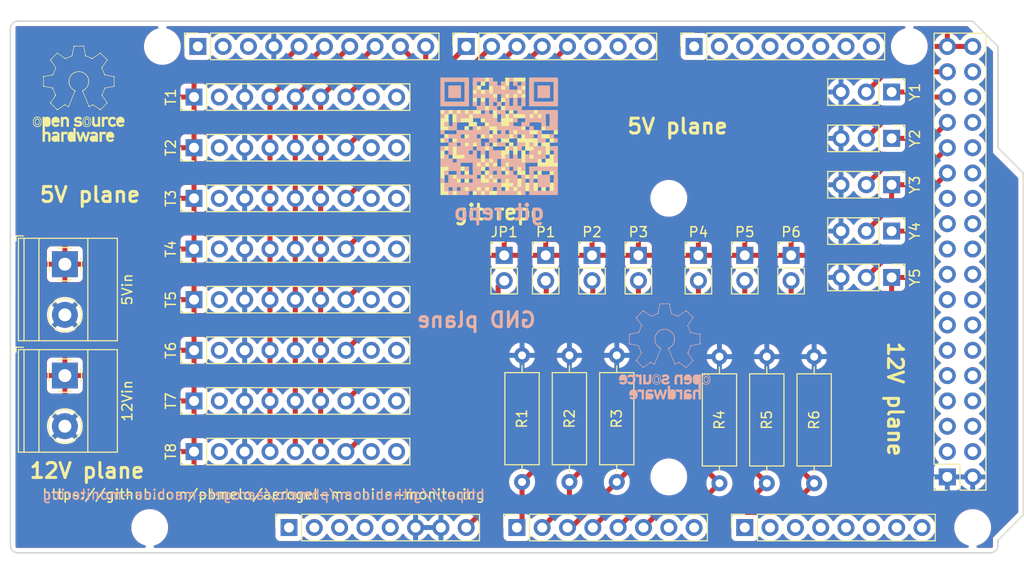
<source format=kicad_pcb>
(kicad_pcb (version 20221018) (generator pcbnew)
  (title_block (date "2023-02-21"))
  (layers (0 "F.Cu" signal "Front") (31 "B.Cu" signal "Back") (34 "B.Paste" user) (35 "F.Paste" user) (36 "B.SilkS" user "B.Silkscreen") (37 "F.SilkS" user "F.Silkscreen") (38 "B.Mask" user) (39 "F.Mask" user) (44 "Edge.Cuts" user))
  (net 0 "")
  (net 1 "/*52")
  (net 2 "/53")
  (net 3 "/50")
  (net 4 "/51")
  (net 5 "/48")
  (net 6 "/49")
  (net 7 "/*46")
  (net 8 "/47")
  (net 9 "/*44")
  (net 10 "/*45")
  (net 11 "/42")
  (net 12 "/43")
  (net 13 "/40")
  (net 14 "/41")
  (net 15 "/38")
  (net 16 "/39")
  (net 17 "/36")
  (net 18 "/37")
  (net 19 "/34")
  (net 20 "/35")
  (net 21 "/32")
  (net 22 "/33")
  (net 23 "/31")
  (net 24 "/29")
  (net 25 "/27")
  (net 26 "/25")
  (net 27 "/22")
  (net 28 "/23")
  (net 29 "+5V")
  (net 30 "/IOREF")
  (net 31 "/A0")
  (net 32 "/A1")
  (net 33 "/A2")
  (net 34 "/A3")
  (net 35 "/A4")
  (net 36 "/A5")
  (net 37 "/A6")
  (net 38 "/A7")
  (net 39 "/A8")
  (net 40 "/A9")
  (net 41 "/A10")
  (net 42 "/A11")
  (net 43 "/A12")
  (net 44 "/A13")
  (net 45 "/A14")
  (net 46 "/A15")
  (net 47 "/AREF")
  (net 48 "/*13")
  (net 49 "/*12")
  (net 50 "/*11")
  (net 51 "/*10")
  (net 52 "/*9")
  (net 53 "/*8")
  (net 54 "/*7")
  (net 55 "/*6")
  (net 56 "/*5")
  (net 57 "/*4")
  (net 58 "/*3")
  (net 59 "/*2")
  (net 60 "/TX0{slash}1")
  (net 61 "/RX0{slash}0")
  (net 62 "+3V3")
  (net 63 "/TX3{slash}14")
  (net 64 "/RX3{slash}15")
  (net 65 "/TX2{slash}16")
  (net 66 "/RX2{slash}17")
  (net 67 "/TX1{slash}18")
  (net 68 "/RX1{slash}19")
  (net 69 "/SDA{slash}20")
  (net 70 "/SCL{slash}21")
  (net 71 "VCC")
  (net 72 "/~{RESET}")
  (net 98 "GND")
  (net 99 "+12V")
  (net 100 "Net-(J7-Pin_27)")
  (net 101 "Net-(J7-Pin_29)")
  (net 102 "Net-(J7-Pin_31)")
  (net 103 "Net-(J7-Pin_33)")
  (footprint "Connector_PinSocket_2.54mm:PinSocket_2x18_P2.54mm_Vertical" (layer "F.Cu") (at 193.98 92.38 180)
    (fp_text reference "J7" hide)
    (fp_text value "Digital")
    (pad "1" thru_hole rect locked (at 0 0 180) (size 1.7 1.7) (drill 1) (layers "*.Cu" "*.Mask") (net 98 "GND"))
    (pad "2" thru_hole oval locked (at -2.54 0 180) (size 1.7 1.7) (drill 1) (layers "*.Cu" "*.Mask") (net 98 "GND"))
    (pad "3" thru_hole oval locked (at 0 2.54 180) (size 1.7 1.7) (drill 1) (layers "*.Cu" "*.Mask") (net 1 "/*52"))
    (pad "4" thru_hole oval locked (at -2.54 2.54 180) (size 1.7 1.7) (drill 1) (layers "*.Cu" "*.Mask") (net 2 "/53"))
    (pad "5" thru_hole oval locked (at 0 5.08 180) (size 1.7 1.7) (drill 1) (layers "*.Cu" "*.Mask") (net 3 "/50"))
    (pad "6" thru_hole oval locked (at -2.54 5.08 180) (size 1.7 1.7) (drill 1) (layers "*.Cu" "*.Mask") (net 4 "/51"))
    (pad "7" thru_hole oval locked (at 0 7.62 180) (size 1.7 1.7) (drill 1) (layers "*.Cu" "*.Mask") (net 5 "/48"))
    (pad "8" thru_hole oval locked (at -2.54 7.62 180) (size 1.7 1.7) (drill 1) (layers "*.Cu" "*.Mask") (net 6 "/49"))
    (pad "9" thru_hole oval locked (at 0 10.16 180) (size 1.7 1.7) (drill 1) (layers "*.Cu" "*.Mask") (net 7 "/*46"))
    (pad "10" thru_hole oval locked (at -2.54 10.16 180) (size 1.7 1.7) (drill 1) (layers "*.Cu" "*.Mask") (net 8 "/47"))
    (pad "11" thru_hole oval locked (at 0 12.7 180) (size 1.7 1.7) (drill 1) (layers "*.Cu" "*.Mask") (net 9 "/*44"))
    (pad "12" thru_hole oval locked (at -2.54 12.7 180) (size 1.7 1.7) (drill 1) (layers "*.Cu" "*.Mask") (net 10 "/*45"))
    (pad "13" thru_hole oval locked (at 0 15.24 180) (size 1.7 1.7) (drill 1) (layers "*.Cu" "*.Mask") (net 11 "/42"))
    (pad "14" thru_hole oval locked (at -2.54 15.24 180) (size 1.7 1.7) (drill 1) (layers "*.Cu" "*.Mask") (net 12 "/43"))
    (pad "15" thru_hole oval locked (at 0 17.78 180) (size 1.7 1.7) (drill 1) (layers "*.Cu" "*.Mask") (net 13 "/40"))
    (pad "16" thru_hole oval locked (at -2.54 17.78 180) (size 1.7 1.7) (drill 1) (layers "*.Cu" "*.Mask") (net 14 "/41"))
    (pad "17" thru_hole oval locked (at 0 20.32 180) (size 1.7 1.7) (drill 1) (layers "*.Cu" "*.Mask") (net 15 "/38"))
    (pad "18" thru_hole oval locked (at -2.54 20.32 180) (size 1.7 1.7) (drill 1) (layers "*.Cu" "*.Mask") (net 16 "/39"))
    (pad "19" thru_hole oval locked (at 0 22.86 180) (size 1.7 1.7) (drill 1) (layers "*.Cu" "*.Mask") (net 17 "/36"))
    (pad "20" thru_hole oval locked (at -2.54 22.86 180) (size 1.7 1.7) (drill 1) (layers "*.Cu" "*.Mask") (net 18 "/37"))
    (pad "21" thru_hole oval locked (at 0 25.4 180) (size 1.7 1.7) (drill 1) (layers "*.Cu" "*.Mask") (net 19 "/34"))
    (pad "22" thru_hole oval locked (at -2.54 25.4 180) (size 1.7 1.7) (drill 1) (layers "*.Cu" "*.Mask") (net 20 "/35"))
    (pad "23" thru_hole oval locked (at 0 27.94 180) (size 1.7 1.7) (drill 1) (layers "*.Cu" "*.Mask") (net 21 "/32"))
    (pad "24" thru_hole oval locked (at -2.54 27.94 180) (size 1.7 1.7) (drill 1) (layers "*.Cu" "*.Mask") (net 22 "/33"))
    (pad "25" thru_hole oval locked (at 0 30.48 180) (size 1.7 1.7) (drill 1) (layers "*.Cu" "*.Mask") (net 27 "/22"))
    (pad "26" thru_hole oval locked (at -2.54 30.48 180) (size 1.7 1.7) (drill 1) (layers "*.Cu" "*.Mask") (net 23 "/31"))
    (pad "27" thru_hole oval locked (at 0 33.02 180) (size 1.7 1.7) (drill 1) (layers "*.Cu" "*.Mask") (net 100 "Net-(J7-Pin_27)"))
    (pad "28" thru_hole oval locked (at -2.54 33.02 180) (size 1.7 1.7) (drill 1) (layers "*.Cu" "*.Mask") (net 24 "/29"))
    (pad "29" thru_hole oval locked (at 0 35.56 180) (size 1.7 1.7) (drill 1) (layers "*.Cu" "*.Mask") (net 101 "Net-(J7-Pin_29)"))
    (pad "30" thru_hole oval locked (at -2.54 35.56 180) (size 1.7 1.7) (drill 1) (layers "*.Cu" "*.Mask") (net 25 "/27"))
    (pad "31" thru_hole oval locked (at 0 38.1 180) (size 1.7 1.7) (drill 1) (layers "*.Cu" "*.Mask") (net 102 "Net-(J7-Pin_31)"))
    (pad "32" thru_hole oval locked (at -2.54 38.1 180) (size 1.7 1.7) (drill 1) (layers "*.Cu" "*.Mask") (net 26 "/25"))
    (pad "33" thru_hole oval locked (at 0 40.64 180) (size 1.7 1.7) (drill 1) (layers "*.Cu" "*.Mask") (net 103 "Net-(J7-Pin_33)"))
    (pad "34" thru_hole oval locked (at -2.54 40.64 180) (size 1.7 1.7) (drill 1) (layers "*.Cu" "*.Mask") (net 28 "/23"))
    (pad "35" thru_hole oval locked (at 0 43.18 180) (size 1.7 1.7) (drill 1) (layers "*.Cu" "*.Mask") (net 29 "+5V"))
    (pad "36" thru_hole oval locked (at -2.54 43.18 180) (size 1.7 1.7) (drill 1) (layers "*.Cu" "*.Mask") (net 29 "+5V"))
  )
  (footprint "Connector_PinSocket_2.54mm:PinSocket_1x08_P2.54mm_Vertical" (layer "F.Cu") (at 127.94 97.46 90)
    (fp_text reference "J1" hide)
    (fp_text value "Power")
    (pad "1" thru_hole rect locked (at 0 0 90) (size 1.7 1.7) (drill 1) (layers "*.Cu" "*.Mask"))
    (pad "2" thru_hole oval locked (at 0 2.54 90) (size 1.7 1.7) (drill 1) (layers "*.Cu" "*.Mask") (net 30 "/IOREF"))
    (pad "3" thru_hole oval locked (at 0 5.08 90) (size 1.7 1.7) (drill 1) (layers "*.Cu" "*.Mask") (net 72 "/~{RESET}"))
    (pad "4" thru_hole oval locked (at 0 7.62 90) (size 1.7 1.7) (drill 1) (layers "*.Cu" "*.Mask") (net 62 "+3V3"))
    (pad "5" thru_hole oval locked (at 0 10.16 90) (size 1.7 1.7) (drill 1) (layers "*.Cu" "*.Mask") (net 29 "+5V"))
    (pad "6" thru_hole oval locked (at 0 12.7 90) (size 1.7 1.7) (drill 1) (layers "*.Cu" "*.Mask") (net 98 "GND"))
    (pad "7" thru_hole oval locked (at 0 15.24 90) (size 1.7 1.7) (drill 1) (layers "*.Cu" "*.Mask") (net 98 "GND"))
    (pad "8" thru_hole oval locked (at 0 17.78 90) (size 1.7 1.7) (drill 1) (layers "*.Cu" "*.Mask") (net 71 "VCC"))
  )
  (footprint "Connector_PinSocket_2.54mm:PinSocket_1x08_P2.54mm_Vertical" (layer "F.Cu") (at 150.8 97.46 90)
    (fp_text reference "J3" hide)
    (fp_text value "Analog")
    (pad "1" thru_hole rect locked (at 0 0 90) (size 1.7 1.7) (drill 1) (layers "*.Cu" "*.Mask") (net 31 "/A0"))
    (pad "2" thru_hole oval locked (at 0 2.54 90) (size 1.7 1.7) (drill 1) (layers "*.Cu" "*.Mask") (net 32 "/A1"))
    (pad "3" thru_hole oval locked (at 0 5.08 90) (size 1.7 1.7) (drill 1) (layers "*.Cu" "*.Mask") (net 33 "/A2"))
    (pad "4" thru_hole oval locked (at 0 7.62 90) (size 1.7 1.7) (drill 1) (layers "*.Cu" "*.Mask") (net 34 "/A3"))
    (pad "5" thru_hole oval locked (at 0 10.16 90) (size 1.7 1.7) (drill 1) (layers "*.Cu" "*.Mask") (net 35 "/A4"))
    (pad "6" thru_hole oval locked (at 0 12.7 90) (size 1.7 1.7) (drill 1) (layers "*.Cu" "*.Mask") (net 36 "/A5"))
    (pad "7" thru_hole oval locked (at 0 15.24 90) (size 1.7 1.7) (drill 1) (layers "*.Cu" "*.Mask") (net 37 "/A6"))
    (pad "8" thru_hole oval locked (at 0 17.78 90) (size 1.7 1.7) (drill 1) (layers "*.Cu" "*.Mask") (net 38 "/A7"))
  )
  (footprint "Connector_PinSocket_2.54mm:PinSocket_1x08_P2.54mm_Vertical" (layer "F.Cu") (at 173.66 97.46 90)
    (fp_text reference "J5" hide)
    (fp_text value "Analog")
    (pad "1" thru_hole rect locked (at 0 0 90) (size 1.7 1.7) (drill 1) (layers "*.Cu" "*.Mask") (net 39 "/A8"))
    (pad "2" thru_hole oval locked (at 0 2.54 90) (size 1.7 1.7) (drill 1) (layers "*.Cu" "*.Mask") (net 40 "/A9"))
    (pad "3" thru_hole oval locked (at 0 5.08 90) (size 1.7 1.7) (drill 1) (layers "*.Cu" "*.Mask") (net 41 "/A10"))
    (pad "4" thru_hole oval locked (at 0 7.62 90) (size 1.7 1.7) (drill 1) (layers "*.Cu" "*.Mask") (net 42 "/A11"))
    (pad "5" thru_hole oval locked (at 0 10.16 90) (size 1.7 1.7) (drill 1) (layers "*.Cu" "*.Mask") (net 43 "/A12"))
    (pad "6" thru_hole oval locked (at 0 12.7 90) (size 1.7 1.7) (drill 1) (layers "*.Cu" "*.Mask") (net 44 "/A13"))
    (pad "7" thru_hole oval locked (at 0 15.24 90) (size 1.7 1.7) (drill 1) (layers "*.Cu" "*.Mask") (net 45 "/A14"))
    (pad "8" thru_hole oval locked (at 0 17.78 90) (size 1.7 1.7) (drill 1) (layers "*.Cu" "*.Mask") (net 46 "/A15"))
  )
  (footprint "Connector_PinSocket_2.54mm:PinSocket_1x10_P2.54mm_Vertical" (layer "F.Cu") (at 118.796 49.2 90)
    (fp_text reference "J2" hide)
    (fp_text value "PWM")
    (pad "1" thru_hole rect locked (at 0 0 90) (size 1.7 1.7) (drill 1) (layers "*.Cu" "*.Mask") (net 70 "/SCL{slash}21"))
    (pad "2" thru_hole oval locked (at 0 2.54 90) (size 1.7 1.7) (drill 1) (layers "*.Cu" "*.Mask") (net 69 "/SDA{slash}20"))
    (pad "3" thru_hole oval locked (at 0 5.08 90) (size 1.7 1.7) (drill 1) (layers "*.Cu" "*.Mask") (net 47 "/AREF"))
    (pad "4" thru_hole oval locked (at 0 7.62 90) (size 1.7 1.7) (drill 1) (layers "*.Cu" "*.Mask") (net 98 "GND"))
    (pad "5" thru_hole oval locked (at 0 10.16 90) (size 1.7 1.7) (drill 1) (layers "*.Cu" "*.Mask") (net 48 "/*13"))
    (pad "6" thru_hole oval locked (at 0 12.7 90) (size 1.7 1.7) (drill 1) (layers "*.Cu" "*.Mask") (net 49 "/*12"))
    (pad "7" thru_hole oval locked (at 0 15.24 90) (size 1.7 1.7) (drill 1) (layers "*.Cu" "*.Mask") (net 50 "/*11"))
    (pad "8" thru_hole oval locked (at 0 17.78 90) (size 1.7 1.7) (drill 1) (layers "*.Cu" "*.Mask") (net 51 "/*10"))
    (pad "9" thru_hole oval locked (at 0 20.32 90) (size 1.7 1.7) (drill 1) (layers "*.Cu" "*.Mask") (net 52 "/*9"))
    (pad "10" thru_hole oval locked (at 0 22.86 90) (size 1.7 1.7) (drill 1) (layers "*.Cu" "*.Mask") (net 53 "/*8"))
  )
  (footprint "Connector_PinSocket_2.54mm:PinSocket_1x08_P2.54mm_Vertical" (layer "F.Cu") (at 145.72 49.2 90)
    (fp_text reference "J4" hide)
    (fp_text value "PWM")
    (pad "1" thru_hole rect locked (at 0 0 90) (size 1.7 1.7) (drill 1) (layers "*.Cu" "*.Mask") (net 54 "/*7"))
    (pad "2" thru_hole oval locked (at 0 2.54 90) (size 1.7 1.7) (drill 1) (layers "*.Cu" "*.Mask") (net 55 "/*6"))
    (pad "3" thru_hole oval locked (at 0 5.08 90) (size 1.7 1.7) (drill 1) (layers "*.Cu" "*.Mask") (net 56 "/*5"))
    (pad "4" thru_hole oval locked (at 0 7.62 90) (size 1.7 1.7) (drill 1) (layers "*.Cu" "*.Mask") (net 57 "/*4"))
    (pad "5" thru_hole oval locked (at 0 10.16 90) (size 1.7 1.7) (drill 1) (layers "*.Cu" "*.Mask") (net 58 "/*3"))
    (pad "6" thru_hole oval locked (at 0 12.7 90) (size 1.7 1.7) (drill 1) (layers "*.Cu" "*.Mask") (net 59 "/*2"))
    (pad "7" thru_hole oval locked (at 0 15.24 90) (size 1.7 1.7) (drill 1) (layers "*.Cu" "*.Mask") (net 60 "/TX0{slash}1"))
    (pad "8" thru_hole oval locked (at 0 17.78 90) (size 1.7 1.7) (drill 1) (layers "*.Cu" "*.Mask") (net 61 "/RX0{slash}0"))
  )
  (footprint "Connector_PinSocket_2.54mm:PinSocket_1x08_P2.54mm_Vertical" (layer "F.Cu") (at 168.58 49.2 90)
    (fp_text reference "J6" hide)
    (fp_text value "Communication")
    (pad "1" thru_hole rect locked (at 0 0 90) (size 1.7 1.7) (drill 1) (layers "*.Cu" "*.Mask") (net 63 "/TX3{slash}14"))
    (pad "2" thru_hole oval locked (at 0 2.54 90) (size 1.7 1.7) (drill 1) (layers "*.Cu" "*.Mask") (net 64 "/RX3{slash}15"))
    (pad "3" thru_hole oval locked (at 0 5.08 90) (size 1.7 1.7) (drill 1) (layers "*.Cu" "*.Mask") (net 65 "/TX2{slash}16"))
    (pad "4" thru_hole oval locked (at 0 7.62 90) (size 1.7 1.7) (drill 1) (layers "*.Cu" "*.Mask") (net 66 "/RX2{slash}17"))
    (pad "5" thru_hole oval locked (at 0 10.16 90) (size 1.7 1.7) (drill 1) (layers "*.Cu" "*.Mask") (net 67 "/TX1{slash}18"))
    (pad "6" thru_hole oval locked (at 0 12.7 90) (size 1.7 1.7) (drill 1) (layers "*.Cu" "*.Mask") (net 68 "/RX1{slash}19"))
    (pad "7" thru_hole oval locked (at 0 15.24 90) (size 1.7 1.7) (drill 1) (layers "*.Cu" "*.Mask") (net 69 "/SDA{slash}20"))
    (pad "8" thru_hole oval locked (at 0 17.78 90) (size 1.7 1.7) (drill 1) (layers "*.Cu" "*.Mask") (net 70 "/SCL{slash}21"))
  )
  (footprint "Connector_PinHeader_2.54mm:PinHeader_1x09_P2.54mm_Vertical" (layer "F.Cu") (at 118.415 59.36 90)
    (fp_text reference "T2" (at 0 -2.33 90) (layer "F.SilkS"))
    (fp_text value "Conn_01x09")
    (pad "1" thru_hole rect (at 0 0 90) (size 1.7 1.7) (drill 1) (layers "*.Cu" "*.Mask") (net 29 "+5V"))
    (pad "2" thru_hole oval (at 0 2.54 90) (size 1.7 1.7) (drill 1) (layers "*.Cu" "*.Mask"))
    (pad "3" thru_hole oval (at 0 5.08 90) (size 1.7 1.7) (drill 1) (layers "*.Cu" "*.Mask") (net 98 "GND"))
    (pad "4" thru_hole oval (at 0 7.62 90) (size 1.7 1.7) (drill 1) (layers "*.Cu" "*.Mask") (net 48 "/*13"))
    (pad "5" thru_hole oval (at 0 10.16 90) (size 1.7 1.7) (drill 1) (layers "*.Cu" "*.Mask") (net 49 "/*12"))
    (pad "6" thru_hole oval (at 0 12.7 90) (size 1.7 1.7) (drill 1) (layers "*.Cu" "*.Mask") (net 50 "/*11"))
    (pad "7" thru_hole oval (at 0 15.24 90) (size 1.7 1.7) (drill 1) (layers "*.Cu" "*.Mask") (net 52 "/*9"))
    (pad "8" thru_hole oval (at 0 17.78 90) (size 1.7 1.7) (drill 1) (layers "*.Cu" "*.Mask"))
    (pad "9" thru_hole oval (at 0 20.32 90) (size 1.7 1.7) (drill 1) (layers "*.Cu" "*.Mask"))
  )
  (footprint "footprints:OSHW_logo2" (layer "F.Cu") (at 106.952086 62.215452)
    (fp_text reference "REF**" hide)
    (fp_text value "OSHW_logo2")
  )
  (footprint "Resistor_THT:R_Axial_DIN0309_L9.0mm_D3.2mm_P12.70mm_Horizontal" (layer "F.Cu") (at 156.0705 92.888 90)
    (fp_text reference "R2" (at 6.35 0.0127 90) (layer "F.SilkS"))
    (fp_text value "R_Small")
    (pad "1" thru_hole circle (at 0 0 90) (size 1.6 1.6) (drill 0.8) (layers "*.Cu" "*.Mask") (net 32 "/A1"))
    (pad "2" thru_hole oval (at 12.7 0 90) (size 1.6 1.6) (drill 0.8) (layers "*.Cu" "*.Mask") (net 98 "GND"))
  )
  (footprint "Connector_PinHeader_2.54mm:PinHeader_1x09_P2.54mm_Vertical" (layer "F.Cu") (at 118.415 54.28 90)
    (fp_text reference "T1" (at 0 -2.33 90) (layer "F.SilkS"))
    (fp_text value "Conn_01x09")
    (pad "1" thru_hole rect (at 0 0 90) (size 1.7 1.7) (drill 1) (layers "*.Cu" "*.Mask") (net 29 "+5V"))
    (pad "2" thru_hole oval (at 0 2.54 90) (size 1.7 1.7) (drill 1) (layers "*.Cu" "*.Mask"))
    (pad "3" thru_hole oval (at 0 5.08 90) (size 1.7 1.7) (drill 1) (layers "*.Cu" "*.Mask") (net 98 "GND"))
    (pad "4" thru_hole oval (at 0 7.62 90) (size 1.7 1.7) (drill 1) (layers "*.Cu" "*.Mask") (net 48 "/*13"))
    (pad "5" thru_hole oval (at 0 10.16 90) (size 1.7 1.7) (drill 1) (layers "*.Cu" "*.Mask") (net 49 "/*12"))
    (pad "6" thru_hole oval (at 0 12.7 90) (size 1.7 1.7) (drill 1) (layers "*.Cu" "*.Mask") (net 50 "/*11"))
    (pad "7" thru_hole oval (at 0 15.24 90) (size 1.7 1.7) (drill 1) (layers "*.Cu" "*.Mask") (net 51 "/*10"))
    (pad "8" thru_hole oval (at 0 17.78 90) (size 1.7 1.7) (drill 1) (layers "*.Cu" "*.Mask"))
    (pad "9" thru_hole oval (at 0 20.32 90) (size 1.7 1.7) (drill 1) (layers "*.Cu" "*.Mask"))
  )
  (footprint "Connector_PinHeader_2.54mm:PinHeader_1x09_P2.54mm_Vertical" (layer "F.Cu") (at 118.415 89.84 90)
    (fp_text reference "T8" (at 0 -2.33 90) (layer "F.SilkS"))
    (fp_text value "Conn_01x09")
    (pad "1" thru_hole rect (at 0 0 90) (size 1.7 1.7) (drill 1) (layers "*.Cu" "*.Mask") (net 29 "+5V"))
    (pad "2" thru_hole oval (at 0 2.54 90) (size 1.7 1.7) (drill 1) (layers "*.Cu" "*.Mask"))
    (pad "3" thru_hole oval (at 0 5.08 90) (size 1.7 1.7) (drill 1) (layers "*.Cu" "*.Mask") (net 98 "GND"))
    (pad "4" thru_hole oval (at 0 7.62 90) (size 1.7 1.7) (drill 1) (layers "*.Cu" "*.Mask") (net 48 "/*13"))
    (pad "5" thru_hole oval (at 0 10.16 90) (size 1.7 1.7) (drill 1) (layers "*.Cu" "*.Mask") (net 49 "/*12"))
    (pad "6" thru_hole oval (at 0 12.7 90) (size 1.7 1.7) (drill 1) (layers "*.Cu" "*.Mask") (net 50 "/*11"))
    (pad "7" thru_hole oval (at 0 15.24 90) (size 1.7 1.7) (drill 1) (layers "*.Cu" "*.Mask") (net 58 "/*3"))
    (pad "8" thru_hole oval (at 0 17.78 90) (size 1.7 1.7) (drill 1) (layers "*.Cu" "*.Mask"))
    (pad "9" thru_hole oval (at 0 20.32 90) (size 1.7 1.7) (drill 1) (layers "*.Cu" "*.Mask"))
  )
  (footprint "Arduino_MountingHole:MountingHole_3.2mm" (layer "F.Cu") (at 196.52 97.46)
    (fp_text reference "MH6" hide)
    (fp_text value "MountingHole_3.2mm" hide)
    (pad "" np_thru_hole circle locked (at 0 0) (size 3.2 3.2) (drill 3.2) (layers "*.Cu" "*.Mask"))
  )
  (footprint "Resistor_THT:R_Axial_DIN0309_L9.0mm_D3.2mm_P12.70mm_Horizontal" (layer "F.Cu") (at 175.87 93.015 90)
    (fp_text reference "R5" (at 6.35 -0.0002 90) (layer "F.SilkS"))
    (fp_text value "R_Small")
    (pad "1" thru_hole circle (at 0 0 90) (size 1.6 1.6) (drill 0.8) (layers "*.Cu" "*.Mask") (net 35 "/A4"))
    (pad "2" thru_hole oval (at 12.7 0 90) (size 1.6 1.6) (drill 0.8) (layers "*.Cu" "*.Mask") (net 98 "GND"))
  )
  (footprint "Connector_PinHeader_2.54mm:PinHeader_1x09_P2.54mm_Vertical" (layer "F.Cu") (at 118.415 64.44 90)
    (fp_text reference "T3" (at 0 -2.33 90) (layer "F.SilkS"))
    (fp_text value "Conn_01x09")
    (pad "1" thru_hole rect (at 0 0 90) (size 1.7 1.7) (drill 1) (layers "*.Cu" "*.Mask") (net 29 "+5V"))
    (pad "2" thru_hole oval (at 0 2.54 90) (size 1.7 1.7) (drill 1) (layers "*.Cu" "*.Mask"))
    (pad "3" thru_hole oval (at 0 5.08 90) (size 1.7 1.7) (drill 1) (layers "*.Cu" "*.Mask") (net 98 "GND"))
    (pad "4" thru_hole oval (at 0 7.62 90) (size 1.7 1.7) (drill 1) (layers "*.Cu" "*.Mask") (net 48 "/*13"))
    (pad "5" thru_hole oval (at 0 10.16 90) (size 1.7 1.7) (drill 1) (layers "*.Cu" "*.Mask") (net 49 "/*12"))
    (pad "6" thru_hole oval (at 0 12.7 90) (size 1.7 1.7) (drill 1) (layers "*.Cu" "*.Mask") (net 50 "/*11"))
    (pad "7" thru_hole oval (at 0 15.24 90) (size 1.7 1.7) (drill 1) (layers "*.Cu" "*.Mask") (net 53 "/*8"))
    (pad "8" thru_hole oval (at 0 17.78 90) (size 1.7 1.7) (drill 1) (layers "*.Cu" "*.Mask"))
    (pad "9" thru_hole oval (at 0 20.32 90) (size 1.7 1.7) (drill 1) (layers "*.Cu" "*.Mask"))
  )
  (footprint "Connector_PinHeader_2.54mm:PinHeader_1x02_P2.54mm_Vertical" (layer "F.Cu") (at 173.66 70.155)
    (fp_text reference "P5" (at 0 -2.33) (layer "F.SilkS"))
    (fp_text value "Conn_01x02")
    (pad "1" thru_hole rect (at 0 0) (size 1.7 1.7) (drill 1) (layers "*.Cu" "*.Mask") (net 99 "+12V"))
    (pad "2" thru_hole oval (at 0 2.54) (size 1.7 1.7) (drill 1) (layers "*.Cu" "*.Mask") (net 35 "/A4"))
  )
  (footprint "Resistor_THT:R_Axial_DIN0309_L9.0mm_D3.2mm_P12.70mm_Horizontal" (layer "F.Cu") (at 160.8205 92.888 90)
    (fp_text reference "R3" (at 6.35 -0.0129 90) (layer "F.SilkS"))
    (fp_text value "R_Small")
    (pad "1" thru_hole circle (at 0 0 90) (size 1.6 1.6) (drill 0.8) (layers "*.Cu" "*.Mask") (net 33 "/A2"))
    (pad "2" thru_hole oval (at 12.7 0 90) (size 1.6 1.6) (drill 0.8) (layers "*.Cu" "*.Mask") (net 98 "GND"))
  )
  (footprint "Connector_PinHeader_2.54mm:PinHeader_1x02_P2.54mm_Vertical" (layer "F.Cu") (at 149.53 70.155)
    (fp_text reference "JP1" (at 0 -2.33) (layer "F.SilkS"))
    (fp_text value "Jumper_2_Open")
    (pad "1" thru_hole rect (at 0 0) (size 1.7 1.7) (drill 1) (layers "*.Cu" "*.Mask") (net 99 "+12V"))
    (pad "2" thru_hole oval (at 0 2.54) (size 1.7 1.7) (drill 1) (layers "*.Cu" "*.Mask") (net 71 "VCC"))
  )
  (footprint "Resistor_THT:R_Axial_DIN0309_L9.0mm_D3.2mm_P12.70mm_Horizontal" (layer "F.Cu") (at 171.12 93.015 90)
    (fp_text reference "R4" (at 6.35 0 90) (layer "F.SilkS"))
    (fp_text value "R_Small")
    (pad "1" thru_hole circle (at 0 0 90) (size 1.6 1.6) (drill 0.8) (layers "*.Cu" "*.Mask") (net 34 "/A3"))
    (pad "2" thru_hole oval (at 12.7 0 90) (size 1.6 1.6) (drill 0.8) (layers "*.Cu" "*.Mask") (net 98 "GND"))
  )
  (footprint "Connector_PinHeader_2.54mm:PinHeader_1x09_P2.54mm_Vertical" (layer "F.Cu") (at 118.415 84.76 90)
    (fp_text reference "T7" (at 0 -2.33 90) (layer "F.SilkS"))
    (fp_text value "Conn_01x09")
    (pad "1" thru_hole rect (at 0 0 90) (size 1.7 1.7) (drill 1) (layers "*.Cu" "*.Mask") (net 29 "+5V"))
    (pad "2" thru_hole oval (at 0 2.54 90) (size 1.7 1.7) (drill 1) (layers "*.Cu" "*.Mask"))
    (pad "3" thru_hole oval (at 0 5.08 90) (size 1.7 1.7) (drill 1) (layers "*.Cu" "*.Mask") (net 98 "GND"))
    (pad "4" thru_hole oval (at 0 7.62 90) (size 1.7 1.7) (drill 1) (layers "*.Cu" "*.Mask") (net 48 "/*13"))
    (pad "5" thru_hole oval (at 0 10.16 90) (size 1.7 1.7) (drill 1) (layers "*.Cu" "*.Mask") (net 49 "/*12"))
    (pad "6" thru_hole oval (at 0 12.7 90) (size 1.7 1.7) (drill 1) (layers "*.Cu" "*.Mask") (net 50 "/*11"))
    (pad "7" thru_hole oval (at 0 15.24 90) (size 1.7 1.7) (drill 1) (layers "*.Cu" "*.Mask") (net 57 "/*4"))
    (pad "8" thru_hole oval (at 0 17.78 90) (size 1.7 1.7) (drill 1) (layers "*.Cu" "*.Mask"))
    (pad "9" thru_hole oval (at 0 20.32 90) (size 1.7 1.7) (drill 1) (layers "*.Cu" "*.Mask"))
  )
  (footprint "Connector_PinHeader_2.54mm:PinHeader_1x03_P2.54mm_Vertical" (layer "F.Cu") (at 188.392 58.422 -90)
    (fp_text reference "Y2" (at 0 -2.33 90) (layer "F.SilkS"))
    (fp_text value "Conn_01x03")
    (pad "1" thru_hole rect (at 0 0 270) (size 1.7 1.7) (drill 1) (layers "*.Cu" "*.Mask") (net 29 "+5V"))
    (pad "2" thru_hole oval (at 0 2.54 270) (size 1.7 1.7) (drill 1) (layers "*.Cu" "*.Mask") (net 102 "Net-(J7-Pin_31)"))
    (pad "3" thru_hole oval (at 0 5.08 270) (size 1.7 1.7) (drill 1) (layers "*.Cu" "*.Mask") (net 98 "GND"))
  )
  (footprint "Connector_PinHeader_2.54mm:PinHeader_1x03_P2.54mm_Vertical" (layer "F.Cu") (at 188.392 72.372 -90)
    (fp_text reference "Y5" (at 0 -2.33 90) (layer "F.SilkS"))
    (fp_text value "Conn_01x03")
    (pad "1" thru_hole rect (at 0 0 270) (size 1.7 1.7) (drill 1) (layers "*.Cu" "*.Mask") (net 29 "+5V"))
    (pad "2" thru_hole oval (at 0 2.54 270) (size 1.7 1.7) (drill 1) (layers "*.Cu" "*.Mask") (net 27 "/22"))
    (pad "3" thru_hole oval (at 0 5.08 270) (size 1.7 1.7) (drill 1) (layers "*.Cu" "*.Mask") (net 98 "GND"))
  )
  (footprint "Arduino_MountingHole:MountingHole_3.2mm" (layer "F.Cu") (at 115.24 49.2)
    (fp_text reference "MH1" hide)
    (fp_text value "MountingHole_3.2mm" hide)
    (pad "" np_thru_hole circle locked (at 0 0) (size 3.2 3.2) (drill 3.2) (layers "*.Cu" "*.Mask"))
  )
  (footprint "Connector_PinHeader_2.54mm:PinHeader_1x02_P2.54mm_Vertical" (layer "F.Cu") (at 153.692 70.155)
    (fp_text reference "P1" (at 0 -2.33) (layer "F.SilkS"))
    (fp_text value "Conn_01x02")
    (pad "1" thru_hole rect (at 0 0) (size 1.7 1.7) (drill 1) (layers "*.Cu" "*.Mask") (net 99 "+12V"))
    (pad "2" thru_hole oval (at 0 2.54) (size 1.7 1.7) (drill 1) (layers "*.Cu" "*.Mask") (net 31 "/A0"))
  )
  (footprint "Connector_PinHeader_2.54mm:PinHeader_1x03_P2.54mm_Vertical" (layer "F.Cu") (at 188.392 53.772 -90)
    (fp_text reference "Y1" (at 0 -2.33 90) (layer "F.SilkS"))
    (fp_text value "Conn_01x03")
    (pad "1" thru_hole rect (at 0 0 270) (size 1.7 1.7) (drill 1) (layers "*.Cu" "*.Mask") (net 29 "+5V"))
    (pad "2" thru_hole oval (at 0 2.54 270) (size 1.7 1.7) (drill 1) (layers "*.Cu" "*.Mask") (net 103 "Net-(J7-Pin_33)"))
    (pad "3" thru_hole oval (at 0 5.08 270) (size 1.7 1.7) (drill 1) (layers "*.Cu" "*.Mask") (net 98 "GND"))
  )
  (footprint "Connector_PinHeader_2.54mm:PinHeader_1x03_P2.54mm_Vertical" (layer "F.Cu") (at 188.392 63.072 -90)
    (fp_text reference "Y3" (at 0 -2.33 90) (layer "F.SilkS"))
    (fp_text value "Conn_01x03")
    (pad "1" thru_hole rect (at 0 0 270) (size 1.7 1.7) (drill 1) (layers "*.Cu" "*.Mask") (net 29 "+5V"))
    (pad "2" thru_hole oval (at 0 2.54 270) (size 1.7 1.7) (drill 1) (layers "*.Cu" "*.Mask") (net 101 "Net-(J7-Pin_29)"))
    (pad "3" thru_hole oval (at 0 5.08 270) (size 1.7 1.7) (drill 1) (layers "*.Cu" "*.Mask") (net 98 "GND"))
  )
  (footprint "TerminalBlock_Phoenix:TerminalBlock_Phoenix_MKDS-1,5-2-5.08_1x02_P5.08mm_Horizontal" (layer "F.Cu") (at 105.461 82.215 -90)
    (fp_text reference "12Vin" (at 2.54 -6.26 90) (layer "F.SilkS"))
    (fp_text value "Screw_Terminal_01x02")
    (pad "1" thru_hole rect (at 0 0 270) (size 2.6 2.6) (drill 1.3) (layers "*.Cu" "*.Mask") (net 99 "+12V"))
    (pad "2" thru_hole circle (at 5.08 0 270) (size 2.6 2.6) (drill 1.3) (layers "*.Cu" "*.Mask") (net 98 "GND"))
  )
  (footprint "Connector_PinHeader_2.54mm:PinHeader_1x09_P2.54mm_Vertical" (layer "F.Cu") (at 118.415 79.68 90)
    (fp_text reference "T6" (at 0 -2.33 90) (layer "F.SilkS"))
    (fp_text value "Conn_01x09")
    (pad "1" thru_hole rect (at 0 0 90) (size 1.7 1.7) (drill 1) (layers "*.Cu" "*.Mask") (net 29 "+5V"))
    (pad "2" thru_hole oval (at 0 2.54 90) (size 1.7 1.7) (drill 1) (layers "*.Cu" "*.Mask"))
    (pad "3" thru_hole oval (at 0 5.08 90) (size 1.7 1.7) (drill 1) (layers "*.Cu" "*.Mask") (net 98 "GND"))
    (pad "4" thru_hole oval (at 0 7.62 90) (size 1.7 1.7) (drill 1) (layers "*.Cu" "*.Mask") (net 48 "/*13"))
    (pad "5" thru_hole oval (at 0 10.16 90) (size 1.7 1.7) (drill 1) (layers "*.Cu" "*.Mask") (net 49 "/*12"))
    (pad "6" thru_hole oval (at 0 12.7 90) (size 1.7 1.7) (drill 1) (layers "*.Cu" "*.Mask") (net 50 "/*11"))
    (pad "7" thru_hole oval (at 0 15.24 90) (size 1.7 1.7) (drill 1) (layers "*.Cu" "*.Mask") (net 56 "/*5"))
    (pad "8" thru_hole oval (at 0 17.78 90) (size 1.7 1.7) (drill 1) (layers "*.Cu" "*.Mask"))
    (pad "9" thru_hole oval (at 0 20.32 90) (size 1.7 1.7) (drill 1) (layers "*.Cu" "*.Mask"))
  )
  (footprint "Resistor_THT:R_Axial_DIN0309_L9.0mm_D3.2mm_P12.70mm_Horizontal" (layer "F.Cu") (at 180.62 93.015 90)
    (fp_text reference "R6" (at 6.35 -0.0004 90) (layer "F.SilkS"))
    (fp_text value "R_Small")
    (pad "1" thru_hole circle (at 0 0 90) (size 1.6 1.6) (drill 0.8) (layers "*.Cu" "*.Mask") (net 36 "/A5"))
    (pad "2" thru_hole oval (at 12.7 0 90) (size 1.6 1.6) (drill 0.8) (layers "*.Cu" "*.Mask") (net 98 "GND"))
  )
  (footprint "Connector_PinHeader_2.54mm:PinHeader_1x09_P2.54mm_Vertical" (layer "F.Cu") (at 118.415 69.52 90)
    (fp_text reference "T4" (at 0 -2.33 90) (layer "F.SilkS"))
    (fp_text value "Conn_01x09")
    (pad "1" thru_hole rect (at 0 0 90) (size 1.7 1.7) (drill 1) (layers "*.Cu" "*.Mask") (net 29 "+5V"))
    (pad "2" thru_hole oval (at 0 2.54 90) (size 1.7 1.7) (drill 1) (layers "*.Cu" "*.Mask"))
    (pad "3" thru_hole oval (at 0 5.08 90) (size 1.7 1.7) (drill 1) (layers "*.Cu" "*.Mask") (net 98 "GND"))
    (pad "4" thru_hole oval (at 0 7.62 90) (size 1.7 1.7) (drill 1) (layers "*.Cu" "*.Mask") (net 48 "/*13"))
    (pad "5" thru_hole oval (at 0 10.16 90) (size 1.7 1.7) (drill 1) (layers "*.Cu" "*.Mask") (net 49 "/*12"))
    (pad "6" thru_hole oval (at 0 12.7 90) (size 1.7 1.7) (drill 1) (layers "*.Cu" "*.Mask") (net 50 "/*11"))
    (pad "7" thru_hole oval (at 0 15.24 90) (size 1.7 1.7) (drill 1) (layers "*.Cu" "*.Mask") (net 54 "/*7"))
    (pad "8" thru_hole oval (at 0 17.78 90) (size 1.7 1.7) (drill 1) (layers "*.Cu" "*.Mask"))
    (pad "9" thru_hole oval (at 0 20.32 90) (size 1.7 1.7) (drill 1) (layers "*.Cu" "*.Mask"))
  )
  (footprint "Resistor_THT:R_Axial_DIN0309_L9.0mm_D3.2mm_P12.70mm_Horizontal" (layer "F.Cu") (at 151.3205 92.888 90)
    (fp_text reference "R1" (at 6.35 -0.0125 90) (layer "F.SilkS"))
    (fp_text value "R_Small")
    (pad "1" thru_hole circle (at 0 0 90) (size 1.6 1.6) (drill 0.8) (layers "*.Cu" "*.Mask") (net 31 "/A0"))
    (pad "2" thru_hole oval (at 12.7 0 90) (size 1.6 1.6) (drill 0.8) (layers "*.Cu" "*.Mask") (net 98 "GND"))
  )
  (footprint "Connector_PinHeader_2.54mm:PinHeader_1x02_P2.54mm_Vertical" (layer "F.Cu") (at 162.992 70.155)
    (fp_text reference "P3" (at 0 -2.33) (layer "F.SilkS"))
    (fp_text value "Conn_01x02")
    (pad "1" thru_hole rect (at 0 0) (size 1.7 1.7) (drill 1) (layers "*.Cu" "*.Mask") (net 99 "+12V"))
    (pad "2" thru_hole oval (at 0 2.54) (size 1.7 1.7) (drill 1) (layers "*.Cu" "*.Mask") (net 33 "/A2"))
  )
  (footprint "Library:qrcode-aerogel-github-kicad-footprint-small" (layer "F.Cu") (at 149.022 58.217)
    (fp_text reference "git repo" (at 0 7.62) (layer "F.SilkS") (effects (font (size 1.5 1.5) (thickness 0.3))))
    (fp_text value "LOGO" hide)
  )
  (footprint "Connector_PinHeader_2.54mm:PinHeader_1x02_P2.54mm_Vertical" (layer "F.Cu") (at 178.31 70.155)
    (fp_text reference "P6" (at 0 -2.33) (layer "F.SilkS"))
    (fp_text value "Conn_01x02")
    (pad "1" thru_hole rect (at 0 0) (size 1.7 1.7) (drill 1) (layers "*.Cu" "*.Mask") (net 99 "+12V"))
    (pad "2" thru_hole oval (at 0 2.54) (size 1.7 1.7) (drill 1) (layers "*.Cu" "*.Mask") (net 36 "/A5"))
  )
  (footprint "Connector_PinHeader_2.54mm:PinHeader_1x02_P2.54mm_Vertical" (layer "F.Cu") (at 169.01 70.155)
    (fp_text reference "P4" (at 0 -2.33) (layer "F.SilkS"))
    (fp_text value "Conn_01x02")
    (pad "1" thru_hole rect (at 0 0) (size 1.7 1.7) (drill 1) (layers "*.Cu" "*.Mask") (net 99 "+12V"))
    (pad "2" thru_hole oval (at 0 2.54) (size 1.7 1.7) (drill 1) (layers "*.Cu" "*.Mask") (net 34 "/A3"))
  )
  (footprint "Connector_PinHeader_2.54mm:PinHeader_1x02_P2.54mm_Vertical" (layer "F.Cu") (at 158.342 70.155)
    (fp_text reference "P2" (at 0 -2.33) (layer "F.SilkS"))
    (fp_text value "Conn_01x02")
    (pad "1" thru_hole rect (at 0 0) (size 1.7 1.7) (drill 1) (layers "*.Cu" "*.Mask") (net 99 "+12V"))
    (pad "2" thru_hole oval (at 0 2.54) (size 1.7 1.7) (drill 1) (layers "*.Cu" "*.Mask") (net 32 "/A1"))
  )
  (footprint "Arduino_MountingHole:MountingHole_3.2mm" (layer "F.Cu") (at 113.97 97.46)
    (fp_text reference "MH2" hide)
    (fp_text value "MountingHole_3.2mm" hide)
    (pad "" np_thru_hole circle locked (at 0 0) (size 3.2 3.2) (drill 3.2) (layers "*.Cu" "*.Mask"))
  )
  (footprint "Arduino_MountingHole:MountingHole_3.2mm" (layer "F.Cu") (at 166.04 64.44)
    (fp_text reference "MH3" hide)
    (fp_text value "MountingHole_3.2mm" hide)
    (pad "" np_thru_hole circle locked (at 0 0) (size 3.2 3.2) (drill 3.2) (layers "*.Cu" "*.Mask"))
  )
  (footprint "Arduino_MountingHole:MountingHole_3.2mm" (layer "F.Cu") (at 166.04 92.38)
    (fp_text reference "MH4" hide)
    (fp_text value "MountingHole_3.2mm" hide)
    (pad "" np_thru_hole circle locked (at 0 0) (size 3.2 3.2) (drill 3.2) (layers "*.Cu" "*.Mask"))
  )
  (footprint "Connector_PinHeader_2.54mm:PinHeader_1x03_P2.54mm_Vertical" (layer "F.Cu") (at 188.392 67.722 -90)
    (fp_text reference "Y4" (at 0 -2.33 90) (layer "F.SilkS"))
    (fp_text value "Conn_01x03")
    (pad "1" thru_hole rect (at 0 0 270) (size 1.7 1.7) (drill 1) (layers "*.Cu" "*.Mask") (net 29 "+5V"))
    (pad "2" thru_hole oval (at 0 2.54 270) (size 1.7 1.7) (drill 1) (layers "*.Cu" "*.Mask") (net 100 "Net-(J7-Pin_27)"))
    (pad "3" thru_hole oval (at 0 5.08 270) (size 1.7 1.7) (drill 1) (layers "*.Cu" "*.Mask") (net 98 "GND"))
  )
  (footprint "Connector_PinHeader_2.54mm:PinHeader_1x09_P2.54mm_Vertical" (layer "F.Cu") (at 118.415 74.6 90)
    (fp_text reference "T5" (at 0 -2.33 90) (layer "F.SilkS"))
    (fp_text value "Conn_01x09")
    (pad "1" thru_hole rect (at 0 0 90) (size 1.7 1.7) (drill 1) (layers "*.Cu" "*.Mask") (net 29 "+5V"))
    (pad "2" thru_hole oval (at 0 2.54 90) (size 1.7 1.7) (drill 1) (layers "*.Cu" "*.Mask"))
    (pad "3" thru_hole oval (at 0 5.08 90) (size 1.7 1.7) (drill 1) (layers "*.Cu" "*.Mask") (net 98 "GND"))
    (pad "4" thru_hole oval (at 0 7.62 90) (size 1.7 1.7) (drill 1) (layers "*.Cu" "*.Mask") (net 48 "/*13"))
    (pad "5" thru_hole oval (at 0 10.16 90) (size 1.7 1.7) (drill 1) (layers "*.Cu" "*.Mask") (net 49 "/*12"))
    (pad "6" thru_hole oval (at 0 12.7 90) (size 1.7 1.7) (drill 1) (layers "*.Cu" "*.Mask") (net 50 "/*11"))
    (pad "7" thru_hole oval (at 0 15.24 90) (size 1.7 1.7) (drill 1) (layers "*.Cu" "*.Mask") (net 55 "/*6"))
    (pad "8" thru_hole oval (at 0 17.78 90) (size 1.7 1.7) (drill 1) (layers "*.Cu" "*.Mask"))
    (pad "9" thru_hole oval (at 0 20.32 90) (size 1.7 1.7) (drill 1) (layers "*.Cu" "*.Mask"))
  )
  (footprint "TerminalBlock_Phoenix:TerminalBlock_Phoenix_MKDS-1,5-2-5.08_1x02_P5.08mm_Horizontal" (layer "F.Cu") (at 105.461 71.044 -90)
    (fp_text reference "5Vin" (at 2.54 -6.26 90) (layer "F.SilkS"))
    (fp_text value "Screw_Terminal_01x02")
    (pad "1" thru_hole rect (at 0 0 270) (size 2.6 2.6) (drill 1.3) (layers "*.Cu" "*.Mask") (net 29 "+5V"))
    (pad "2" thru_hole circle (at 5.08 0 270) (size 2.6 2.6) (drill 1.3) (layers "*.Cu" "*.Mask") (net 98 "GND"))
  )
  (footprint "Arduino_MountingHole:MountingHole_3.2mm" (layer "F.Cu") (at 190.17 49.2)
    (fp_text reference "MH5" hide)
    (fp_text value "MountingHole_3.2mm" hide)
    (pad "" np_thru_hole circle locked (at 0 0) (size 3.2 3.2) (drill 3.2) (layers "*.Cu" "*.Mask"))
  )
  (footprint "footprints:OSHW_logo2" (layer "B.Cu") (at 165.532 88.062 180)
    (fp_text reference "REF**" hide)
    (fp_text value "OSHW_logo2")
  )
  (footprint "Library:qrcode-aerogel-github-kicad-footprint-small" (layer "B.Cu") (at 149.022 58.217 180)
    (fp_text reference "git repo" (at 0 -7.62) (layer "B.SilkS") (effects (font (size 1.5 1.5) (thickness 0.3)) (justify mirror)))
    (fp_text value "LOGO" hide)
  )
  (gr_line (start 199.06 59.36) (end 201.6 61.9) (stroke (width 0.15)) (layer "Edge.Cuts"))
  (gr_line (start 100 99.238) (end 100 47.422) (stroke (width 0.15)) (layer "Edge.Cuts"))
  (gr_line (start 201.6 61.9) (end 201.6 96.19) (stroke (width 0.15)) (layer "Edge.Cuts"))
  (gr_line (start 198.298 100) (end 100.762 100) (stroke (width 0.15)) (layer "Edge.Cuts"))
  (gr_line (start 100.762 46.66) (end 196.52 46.66) (stroke (width 0.15)) (layer "Edge.Cuts"))
  (gr_arc (start 100.762 100) (mid 100.223185 99.776815) (end 100 99.238) (stroke (width 0.15)) (layer "Edge.Cuts"))
  (gr_line (start 201.6 96.19) (end 199.06 98.73) (stroke (width 0.15)) (layer "Edge.Cuts"))
  (gr_line (start 196.52 46.66) (end 199.06 49.2) (stroke (width 0.15)) (layer "Edge.Cuts"))
  (gr_arc (start 199.06 99.238) (mid 198.836815 99.776815) (end 198.298 100) (stroke (width 0.15)) (layer "Edge.Cuts"))
  (gr_line (start 199.06 49.2) (end 199.06 59.36) (stroke (width 0.15)) (layer "Edge.Cuts"))
  (gr_line (start 199.06 98.73) (end 199.06 99.238) (stroke (width 0.15)) (layer "Edge.Cuts"))
  (gr_arc (start 100 47.422) (mid 100.223185 46.883185) (end 100.762 46.66) (stroke (width 0.15)) (layer "Edge.Cuts"))
  (gr_text "https://github.com/pbmelo/aerogel-machine-monitoring" (at 125.4 94.158) (layer "B.SilkS") (effects (font (size 1 1)) (justify mirror)))
  (gr_text "GND plane" (at 146.736 76.632) (layer "B.SilkS") (effects (font (size 1.5 1.5) (thickness 0.3)) (justify mirror)))
  (gr_text "12V plane" (at 101.778 92.634) (layer "F.SilkS") (effects (font (size 1.5 1.5) (thickness 0.3) bold) (justify left bottom)))
  (gr_text "5V plane" (at 102.794 64.948) (layer "F.SilkS") (effects (font (size 1.5 1.5) (thickness 0.3) bold) (justify left bottom)))
  (gr_text "https://github.com/pbmelo/aerogel-machine-monitoring" (at 125.4 94.1326) (layer "F.SilkS") (effects (font (size 1 1))))
  (gr_text "5V plane" (at 161.722 58.09) (layer "F.SilkS") (effects (font (size 1.5 1.5) (thickness 0.3) bold) (justify left bottom)))
  (gr_text "12V plane" (at 187.884 78.664 -90) (layer "F.SilkS") (effects (font (size 1.5 1.5) (thickness 0.3) bold) (justify left bottom)))
  (segment (start 185.852 72.372) (end 188.196 70.028) (width 0.508) (layer "F.Cu") (net 27))
  (segment (start 190.17 70.028) (end 191.948 68.25) (width 0.508) (layer "F.Cu") (net 27))
  (segment (start 191.948 68.25) (end 191.948 63.932) (width 0.508) (layer "F.Cu") (net 27))
  (segment (start 191.948 63.932) (end 193.98 61.9) (width 0.508) (layer "F.Cu") (net 27))
  (segment (start 188.196 70.028) (end 190.17 70.028) (width 0.508) (layer "F.Cu") (net 27))
  (segment (start 153.7464 72.7494) (end 153.692 72.695) (width 0.508) (layer "F.Cu") (net 31))
  (segment (start 153.7464 90.4621) (end 153.7464 72.7494) (width 0.508) (layer "F.Cu") (net 31))
  (segment (start 151.3205 92.888) (end 151.3205 96.9395) (width 0.508) (layer "F.Cu") (net 31))
  (segment (start 151.3205 96.9395) (end 150.8 97.46) (width 0.508) (layer "F.Cu") (net 31))
  (segment (start 151.3205 92.888) (end 153.7464 90.4621) (width 0.508) (layer "F.Cu") (net 31))
  (segment (start 150.292 96.952) (end 150.8 97.46) (width 0.508) (layer "F.Cu") (net 31))
  (segment (start 156.0705 94.7295) (end 153.34 97.46) (width 0.508) (layer "F.Cu") (net 32))
  (segment (start 158.42 90.5385) (end 156.0705 92.888) (width 0.508) (layer "F.Cu") (net 32))
  (segment (start 153.34 96.952) (end 153.34 97.46) (width 0.508) (layer "F.Cu") (net 32))
  (segment (start 156.0705 92.888) (end 156.0705 94.7295) (width 0.508) (layer "F.Cu") (net 32))
  (segment (start 156.0705 92.888) (end 155.6385 92.888) (width 0.508) (layer "F.Cu") (net 32))
  (segment (start 158.42 72.773) (end 158.42 90.5385) (width 0.508) (layer "F.Cu") (net 32))
  (segment (start 158.342 72.695) (end 158.42 72.773) (width 0.508) (layer "F.Cu") (net 32))
  (segment (start 162.992 90.7165) (end 160.8205 92.888) (width 0.508) (layer "F.Cu") (net 33))
  (segment (start 162.992 72.695) (end 162.992 90.7165) (width 0.508) (layer "F.Cu") (net 33))
  (segment (start 156.2485 97.46) (end 155.88 97.46) (width 0.508) (layer "F.Cu") (net 33))
  (segment (start 160.8205 92.888) (end 156.2485 97.46) (width 0.508) (layer "F.Cu") (net 33))
  (segment (start 169.01 72.695) (end 169.01 90.905) (width 0.508) (layer "F.Cu") (net 34))
  (segment (start 169.01 90.905) (end 171.12 93.015) (width 0.508) (layer "F.Cu") (net 34))
  (segment (start 169.5198 94.6152) (end 161.2648 94.6152) (width 0.508) (layer "F.Cu") (net 34))
  (segment (start 171.12 93.015) (end 169.5198 94.6152) (width 0.508) (layer "F.Cu") (net 34))
  (segment (start 161.2648 94.6152) (end 158.42 97.46) (width 0.508) (layer "F.Cu") (net 34))
  (segment (start 160.96 97.46) (end 163.1444 95.2756) (width 0.508) (layer "F.Cu") (net 35))
  (segment (start 173.66 90.805) (end 175.87 93.015) (width 0.508) (layer "F.Cu") (net 35))
  (segment (start 173.6094 95.2756) (end 175.87 93.015) (width 0.508) (layer "F.Cu") (net 35))
  (segment (start 163.1444 95.2756) (end 173.6094 95.2756) (width 0.508) (layer "F.Cu") (net 35))
  (segment (start 173.66 72.695) (end 173.66 90.805) (width 0.508) (layer "F.Cu") (net 35))
  (segment (start 165.024 95.936) (end 177.699 95.936) (width 0.508) (layer "F.Cu") (net 36))
  (segment (start 178.31 90.705) (end 180.62 93.015) (width 0.508) (layer "F.Cu") (net 36))
  (segment (start 177.699 95.936) (end 180.62 93.015) (width 0.508) (layer "F.Cu") (net 36))
  (segment (start 163.5 97.46) (end 165.024 95.936) (width 0.508) (layer "F.Cu") (net 36))
  (segment (start 178.31 72.695) (end 178.31 90.705) (width 0.508) (layer "F.Cu") (net 36))
  (segment (start 126.035 54.28) (end 127.432 52.883) (width 0.508) (layer "F.Cu") (net 48))
  (segment (start 126.035 84.76) (end 126.035 79.68) (width 0.508) (layer "F.Cu") (net 48))
  (segment (start 126.035 69.52) (end 126.035 64.44) (width 0.508) (layer "F.Cu") (net 48))
  (segment (start 127.432 50.724) (end 128.956 49.2) (width 0.508) (layer "F.Cu") (net 48))
  (segment (start 126.035 59.36) (end 126.035 54.28) (width 0.508) (layer "F.Cu") (net 48))
  (segment (start 126.035 89.84) (end 126.035 84.76) (width 0.508) (layer "F.Cu") (net 48))
  (segment (start 126.035 74.6) (end 126.035 69.52) (width 0.508) (layer "F.Cu") (net 48))
  (segment (start 126.035 79.68) (end 126.035 74.6) (width 0.508) (layer "F.Cu") (net 48))
  (segment (start 127.432 52.883) (end 127.432 50.724) (width 0.508) (layer "F.Cu") (net 48))
  (segment (start 126.035 64.44) (end 126.035 59.36) (width 0.508) (layer "F.Cu") (net 48))
  (segment (start 128.575 69.52) (end 128.575 64.44) (width 0.508) (layer "F.Cu") (net 49))
  (segment (start 128.575 54.28) (end 129.972 52.883) (width 0.508) (layer "F.Cu") (net 49))
  (segment (start 128.575 74.6) (end 128.575 69.52) (width 0.508) (layer "F.Cu") (net 49))
  (segment (start 128.575 59.36) (end 128.575 64.44) (width 0.508) (layer "F.Cu") (net 49))
  (segment (start 128.575 84.76) (end 128.575 79.68) (width 0.508) (layer "F.Cu") (net 49))
  (segment (start 128.575 59.36) (end 128.575 54.28) (width 0.508) (layer "F.Cu") (net 49))
  (segment (start 129.972 50.724) (end 131.496 49.2) (width 0.508) (layer "F.Cu") (net 49))
  (segment (start 128.575 79.68) (end 128.575 74.6) (width 0.508) (layer "F.Cu") (net 49))
  (segment (start 128.575 89.84) (end 128.575 84.76) (width 0.508) (layer "F.Cu") (net 49))
  (segment (start 129.972 52.883) (end 129.972 50.724) (width 0.508) (layer "F.Cu") (net 49))
  (segment (start 131.115 84.76) (end 131.115 79.68) (width 0.508) (layer "F.Cu") (net 50))
  (segment (start 131.115 74.6) (end 131.115 69.52) (width 0.508) (layer "F.Cu") (net 50))
  (segment (start 131.115 54.28) (end 132.512 52.883) (width 0.508) (layer "F.Cu") (net 50))
  (segment (start 131.115 69.52) (end 131.115 64.44) (width 0.508) (layer "F.Cu") (net 50))
  (segment (start 132.512 52.883) (end 132.512 50.724) (width 0.508) (layer "F.Cu") (net 50))
  (segment (start 131.115 59.36) (end 131.115 64.44) (width 0.508) (layer "F.Cu") (net 50))
  (segment (start 131.115 79.68) (end 131.115 74.6) (width 0.508) (layer "F.Cu") (net 50))
  (segment (start 131.115 59.36) (end 131.115 54.28) (width 0.508) (layer "F.Cu") (net 50))
  (segment (start 131.115 89.84) (end 131.115 84.76) (width 0.508) (layer "F.Cu") (net 50))
  (segment (start 132.512 50.724) (end 134.036 49.2) (width 0.508) (layer "F.Cu") (net 50))
  (segment (start 135.052 52.883) (end 135.052 50.724) (width 0.508) (layer "F.Cu") (net 51))
  (segment (start 133.655 54.28) (end 135.052 52.883) (width 0.508) (layer "F.Cu") (net 51))
  (segment (start 135.052 50.724) (end 136.576 49.2) (width 0.508) (layer "F.Cu") (net 51))
  (segment (start 140.132 57.328) (end 140.894 56.566) (width 0.508) (layer "F.Cu") (net 52))
  (segment (start 133.655 59.36) (end 135.687 57.328) (width 0.508) (layer "F.Cu") (net 52))
  (segment (start 140.894 50.978) (end 139.116 49.2) (width 0.508) (layer "F.Cu") (net 52))
  (segment (start 135.687 57.328) (end 140.132 57.328) (width 0.508) (layer "F.Cu") (net 52))
  (segment (start 140.894 56.566) (end 140.894 50.978) (width 0.508) (layer "F.Cu") (net 52))
  (segment (start 141.656 60.884) (end 141.656 49.2) (width 0.508) (layer "F.Cu") (net 53))
  (segment (start 135.687 62.408) (end 140.132 62.408) (width 0.508) (layer "F.Cu") (net 53))
  (segment (start 140.132 62.408) (end 141.656 60.884) (width 0.508) (layer "F.Cu") (net 53))
  (segment (start 133.655 64.44) (end 135.687 62.408) (width 0.508) (layer "F.Cu") (net 53))
  (segment (start 140.132 67.488) (end 142.3164 65.3036) (width 0.508) (layer "F.Cu") (net 54))
  (segment (start 135.687 67.488) (end 140.132 67.488) (width 0.508) (layer "F.Cu") (net 54))
  (segment (start 133.655 69.52) (end 135.687 67.488) (width 0.508) (layer "F.Cu") (net 54))
  (segment (start 142.3164 52.6036) (end 145.72 49.2) (width 0.508) (layer "F.Cu") (net 54))
  (segment (start 142.3164 65.3036) (end 142.3164 52.6036) (width 0.508) (layer "F.Cu") (net 54))
  (segment (start 135.687 72.568) (end 140.132 72.568) (width 0.508) (layer "F.Cu") (net 55))
  (segment (start 142.9768 69.7232) (end 142.9768 54.4832) (width 0.508) (layer "F.Cu") (net 55))
  (segment (start 133.655 74.6) (end 135.687 72.568) (width 0.508) (layer "F.Cu") (net 55))
  (segment (start 142.9768 54.4832) (end 148.26 49.2) (width 0.508) (layer "F.Cu") (net 55))
  (segment (start 140.132 72.568) (end 142.9768 69.7232) (width 0.508) (layer "F.Cu") (net 55))
  (segment (start 143.6372 56.3628) (end 150.8 49.2) (width 0.508) (layer "F.Cu") (net 56))
  (segment (start 133.655 79.68) (end 135.687 77.648) (width 0.508) (layer "F.Cu") (net 56))
  (segment (start 140.132 77.648) (end 143.6372 74.1428) (width 0.508) (layer "F.Cu") (net 56))
  (segment (start 143.6372 74.1428) (end 143.6372 56.3628) (width 0.508) (layer "F.Cu") (net 56))
  (segment (start 135.687 77.648) (end 140.132 77.648) (width 0.508) (layer "F.Cu") (net 56))
  (segment (start 144.2976 58.2424) (end 153.34 49.2) (width 0.508) (layer "F.Cu") (net 57))
  (segment (start 135.687 82.728) (end 140.132 82.728) (width 0.508) (layer "F.Cu") (net 57))
  (segment (start 144.2976 78.5624) (end 144.2976 58.2424) (width 0.508) (layer "F.Cu") (net 57))
  (segment (start 133.655 84.76) (end 135.687 82.728) (width 0.508) (layer "F.Cu") (net 57))
  (segment (start 140.132 82.728) (end 144.2976 78.5624) (width 0.508) (layer "F.Cu") (net 57))
  (segment (start 133.782 89.84) (end 135.814 87.808) (width 0.508) (layer "F.Cu") (net 58))
  (segment (start 135.814 87.808) (end 141.2496 87.808) (width 0.508) (layer "F.Cu") (net 58))
  (segment (start 144.958 84.0996) (end 144.958 60.122) (width 0.508) (layer "F.Cu") (net 58))
  (segment (start 141.2496 87.808) (end 144.958 84.0996) (width 0.508) (layer "F.Cu") (net 58))
  (segment (start 144.958 60.122) (end 155.88 49.2) (width 0.508) (layer "F.Cu") (net 58))
  (segment (start 133.655 89.84) (end 133.782 89.84) (width 0.508) (layer "F.Cu") (net 58))
  (segment (start 148.9204 73.3046) (end 148.9204 94.2596) (width 0.508) (layer "F.Cu") (net 71))
  (segment (start 149.53 72.695) (end 148.9204 73.3046) (width 0.508) (layer "F.Cu") (net 71))
  (segment (start 148.9204 94.2596) (end 145.72 97.46) (width 0.508) (layer "F.Cu") (net 71))
  (segment (start 190.17 65.456) (end 191.186 64.44) (width 0.508) (layer "F.Cu") (net 100))
  (segment (start 185.852 67.722) (end 188.118 65.456) (width 0.508) (layer "F.Cu") (net 100))
  (segment (start 191.186 62.154) (end 193.98 59.36) (width 0.508) (layer "F.Cu") (net 100))
  (segment (start 191.186 64.44) (end 191.186 62.154) (width 0.508) (layer "F.Cu") (net 100))
  (segment (start 188.118 65.456) (end 190.17 65.456) (width 0.508) (layer "F.Cu") (net 100))
  (segment (start 188.294 60.63) (end 190.17 60.63) (width 0.508) (layer "F.Cu") (net 101))
  (segment (start 185.852 63.072) (end 188.294 60.63) (width 0.508) (layer "F.Cu") (net 101))
  (segment (start 190.17 60.63) (end 193.98 56.82) (width 0.508) (layer "F.Cu") (net 101))
  (segment (start 188.216 56.058) (end 190.17 56.058) (width 0.508) (layer "F.Cu") (net 102))
  (segment (start 191.948 54.28) (end 193.98 54.28) (width 0.508) (layer "F.Cu") (net 102))
  (segment (start 185.852 58.422) (end 188.216 56.058) (width 0.508) (layer "F.Cu") (net 102))
  (segment (start 190.17 56.058) (end 191.948 54.28) (width 0.508) (layer "F.Cu") (net 102))
  (segment (start 187.884 51.74) (end 193.98 51.74) (width 0.508) (layer "F.Cu") (net 103))
  (segment (start 185.852 53.772) (end 187.884 51.74) (width 0.508) (layer "F.Cu") (net 103))
  (zone (net 29) (net_name "+5V") (layer "F.Cu") (connect_pads (clearance 0.508)) (min_thickness 0.25) (fill yes (thermal_gap 0.5) (thermal_bridge_width 0.5))
    (polygon (pts (xy 100.508 73.838) (xy 114.224 73.838) (xy 114.224 92.888) (xy 146.863 92.888) (xy 146.863 64.44) (xy 180.772 64.44) (xy 180.772 76.632) (xy 201.092 76.632) (xy 201.092 62.408) (xy 198.552 59.868) (xy 198.552 49.708) (xy 196.012 47.168) (xy 100.508 47.168)))
  )
  (zone (net 99) (net_name "+12V") (layer "F.Cu") (priority 2) (connect_pads (clearance 0.508)) (min_thickness 0.25) (fill yes (thermal_gap 0.5) (thermal_bridge_width 0.5))
    (polygon (pts (xy 100.508 73.838) (xy 114.224 73.838) (xy 114.224 92.888) (xy 146.863 92.888) (xy 146.863 64.44) (xy 180.772 64.44) (xy 180.772 76.632) (xy 196.52 76.632) (xy 196.52 47.676) (xy 198.552 49.708) (xy 198.552 59.868) (xy 201.092 62.408) (xy 201.092 95.936) (xy 198.552 98.476) (xy 198.552 99.492) (xy 100.508 99.492)))
  )
  (zone (net 98) (net_name "GND") (layer "B.Cu") (priority 1) (connect_pads (clearance 0.508)) (min_thickness 0.25) (fill yes (thermal_gap 0.5) (thermal_bridge_width 0.5))
    (polygon (pts (xy 100.508 99.492) (xy 198.552 99.492) (xy 198.552 98.476) (xy 201.092 95.936) (xy 201.092 62.408) (xy 198.552 59.868) (xy 198.552 49.708) (xy 196.012 47.168) (xy 100.508 47.168)))
  )
)
</source>
